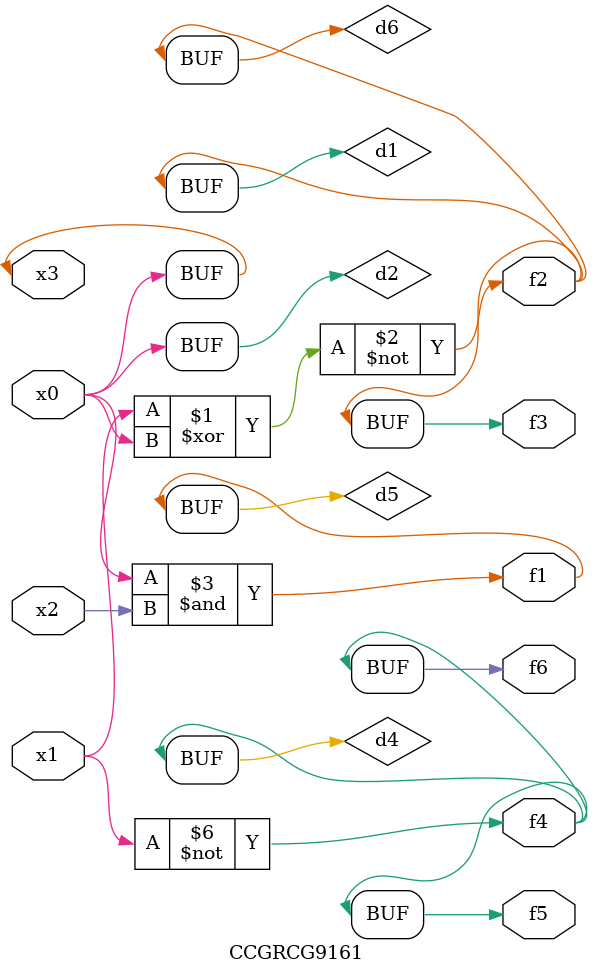
<source format=v>
module CCGRCG9161(
	input x0, x1, x2, x3,
	output f1, f2, f3, f4, f5, f6
);

	wire d1, d2, d3, d4, d5, d6;

	xnor (d1, x1, x3);
	buf (d2, x0, x3);
	nand (d3, x0, x2);
	not (d4, x1);
	nand (d5, d3);
	or (d6, d1);
	assign f1 = d5;
	assign f2 = d6;
	assign f3 = d6;
	assign f4 = d4;
	assign f5 = d4;
	assign f6 = d4;
endmodule

</source>
